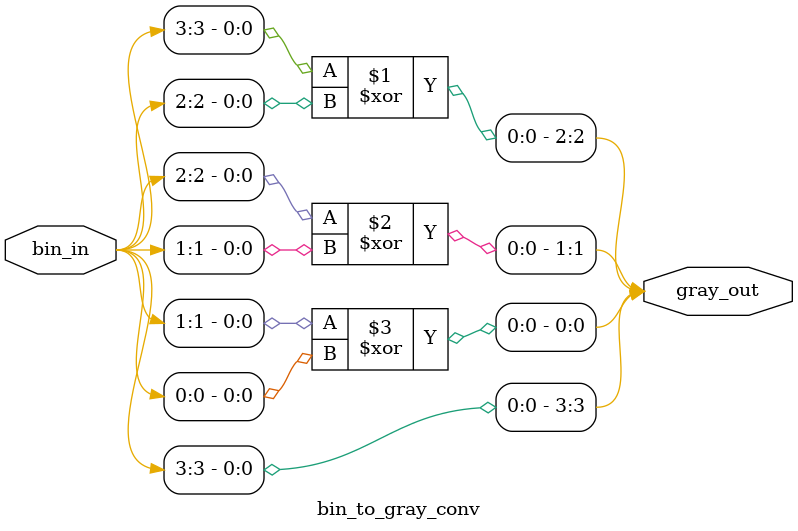
<source format=sv>
module bin_to_gray_conv(bin_in, gray_out);

	parameter bit_num = 4;

	input [bit_num - 1 :0]bin_in;

	output [bit_num - 1 :0]gray_out;
	
	assign gray_out[bit_num - 1] = bin_in[bit_num - 1];
       	
	genvar i;	
	for (i = bit_num - 2; i>=0; i = i-1)
		assign gray_out[i] = bin_in[i+1]^bin_in[i];
	

endmodule


</source>
